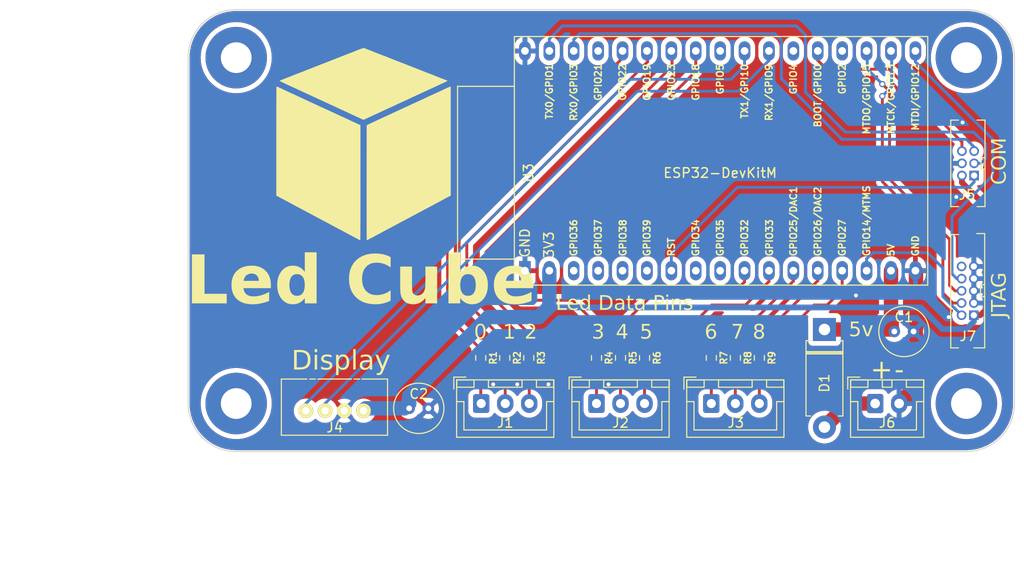
<source format=kicad_pcb>
(kicad_pcb (version 20221018) (generator pcbnew)
  (title_block (title "Led Cube Board") (date "2023-04-20") (rev "v1.0"))
  (layers (0 "F.Cu" signal) (31 "B.Cu" signal) (34 "B.Paste" user) (35 "F.Paste" user) (36 "B.SilkS" user "B.Silkscreen") (37 "F.SilkS" user "F.Silkscreen") (38 "B.Mask" user) (39 "F.Mask" user) (44 "Edge.Cuts" user))
  (net 0 "")
  (net 1 "Net-(D1-A)")
  (net 2 "Net-(J1-Pin_1)")
  (net 3 "Net-(J1-Pin_2)")
  (net 4 "Net-(J1-Pin_3)")
  (net 5 "Net-(J2-Pin_1)")
  (net 6 "Net-(J2-Pin_2)")
  (net 7 "Net-(J2-Pin_3)")
  (net 8 "Net-(J3-Pin_1)")
  (net 9 "Net-(J3-Pin_2)")
  (net 10 "+3V3")
  (net 11 "GND")
  (net 12 "UART1_RX")
  (net 13 "UART1_TX")
  (net 14 "RESET")
  (net 15 "UART0_TX")
  (net 16 "UART0_RX")
  (net 17 "GPIO_0")
  (net 18 "TMS")
  (net 19 "TCK")
  (net 20 "TDO")
  (net 21 "TDI")
  (net 22 "Net-(J3-Pin_3)")
  (net 23 "D0")
  (net 24 "D1")
  (net 25 "D2")
  (net 26 "D3")
  (net 27 "D4")
  (net 28 "D5")
  (net 29 "D6")
  (net 30 "D7")
  (net 31 "D8")
  (net 43 "+5V")
  (footprint "Capacitor_THT:C_Radial_D5.0mm_H5.0mm_P2.00mm" (layer "F.Cu") (at 185.75 108.5)
    (fp_text reference "C1" (at 1 -1.5) (layer "F.SilkS"))
    (fp_text value "100uF")
    (pad "1" thru_hole circle (at 0 0) (size 1.2 1.2) (drill 0.6) (layers "*.Cu" "*.Mask") (net 43 "+5V"))
    (pad "2" thru_hole circle (at 2 0) (size 1.2 1.2) (drill 0.6) (layers "*.Cu" "*.Mask") (net 11 "GND"))
  )
  (footprint "Resistor_SMD:R_0603_1608Metric_Pad0.98x0.95mm_HandSolder" (layer "F.Cu") (at 145.2 111.25 -90)
    (fp_text reference "R2" (at 0 -1.3 90) (layer "F.SilkS") (effects (font (size 0.7 0.7))))
    (fp_text value "220")
    (pad "1" smd roundrect (at -0.9125 0 270) (size 0.975 0.95) (layers "F.Cu" "F.Paste" "F.Mask") (net 24 "D1"))
    (pad "2" smd roundrect (at 0.9125 0 270) (size 0.975 0.95) (layers "F.Cu" "F.Paste" "F.Mask") (net 3 "Net-(J1-Pin_2)"))
  )
  (footprint "Resistor_SMD:R_0603_1608Metric_Pad0.98x0.95mm_HandSolder" (layer "F.Cu") (at 166.7 111.25 -90)
    (fp_text reference "R7" (at 0 -1.3 90) (layer "F.SilkS") (effects (font (size 0.7 0.7))))
    (fp_text value "220")
    (pad "1" smd roundrect (at -0.9125 0 270) (size 0.975 0.95) (layers "F.Cu" "F.Paste" "F.Mask") (net 29 "D6"))
    (pad "2" smd roundrect (at 0.9125 0 270) (size 0.975 0.95) (layers "F.Cu" "F.Paste" "F.Mask") (net 8 "Net-(J3-Pin_1)"))
  )
  (footprint "Diode_THT:D_DO-15_P10.16mm_Horizontal" (layer "F.Cu") (at 178.475 108.295 -90)
    (fp_text reference "D1" (at 5.58 0 90) (layer "F.SilkS"))
    (fp_text value "D")
    (pad "1" thru_hole rect (at 0 0 270) (size 2.4 2.4) (drill 1.2) (layers "*.Cu" "*.Mask") (net 43 "+5V"))
    (pad "2" thru_hole oval (at 10.16 0 270) (size 2.4 2.4) (drill 1.2) (layers "*.Cu" "*.Mask") (net 1 "Net-(D1-A)"))
  )
  (footprint "Connector_JST:JST_XH_B3B-XH-A_1x03_P2.50mm_Vertical" (layer "F.Cu") (at 142.75 116)
    (fp_text reference "J1" (at 2.5 2) (layer "F.SilkS"))
    (fp_text value "Conn_01x03")
    (pad "1" thru_hole roundrect (at 0 0) (size 1.7 1.95) (drill 0.95) (layers "*.Cu" "*.Mask") (roundrect_rratio 0.1470588235) (net 2 "Net-(J1-Pin_1)"))
    (pad "2" thru_hole oval (at 2.5 0) (size 1.7 1.95) (drill 0.95) (layers "*.Cu" "*.Mask") (net 3 "Net-(J1-Pin_2)"))
    (pad "3" thru_hole oval (at 5 0) (size 1.7 1.95) (drill 0.95) (layers "*.Cu" "*.Mask") (net 4 "Net-(J1-Pin_3)"))
  )
  (footprint "Connectors:ESP_PROG_COM" (layer "F.Cu") (at 194.02 92.3 180)
    (fp_text reference "J5" (at 0.7 -1.98 180) (layer "F.SilkS"))
    (fp_text value "COM")
    (pad "1" thru_hole rect (at -0.035 0.03 180) (size 1 1) (drill 0.65) (layers "*.Cu" "*.Mask") (net 14 "RESET"))
    (pad "2" thru_hole oval (at 1.235 0.03 180) (size 1 1) (drill 0.65) (layers "*.Cu" "*.Mask") (net 10 "+3V3"))
    (pad "3" thru_hole oval (at -0.035 1.3 180) (size 1 1) (drill 0.65) (layers "*.Cu" "*.Mask") (net 15 "UART0_TX"))
    (pad "4" thru_hole oval (at 1.235 1.3 180) (size 1 1) (drill 0.65) (layers "*.Cu" "*.Mask") (net 11 "GND"))
    (pad "5" thru_hole oval (at -0.035 2.57 180) (size 1 1) (drill 0.65) (layers "*.Cu" "*.Mask") (net 16 "UART0_RX"))
    (pad "6" thru_hole oval (at 1.235 2.57 180) (size 1 1) (drill 0.65) (layers "*.Cu" "*.Mask") (net 17 "GPIO_0"))
  )
  (footprint "Resistor_SMD:R_0603_1608Metric_Pad0.98x0.95mm_HandSolder" (layer "F.Cu") (at 154.75 111.25 -90)
    (fp_text reference "R4" (at 0 -1.3 90) (layer "F.SilkS") (effects (font (size 0.7 0.7))))
    (fp_text value "220")
    (pad "1" smd roundrect (at -0.9125 0 270) (size 0.975 0.95) (layers "F.Cu" "F.Paste" "F.Mask") (net 26 "D3"))
    (pad "2" smd roundrect (at 0.9125 0 270) (size 0.975 0.95) (layers "F.Cu" "F.Paste" "F.Mask") (net 5 "Net-(J2-Pin_1)"))
  )
  (footprint "Resistor_SMD:R_0603_1608Metric_Pad0.98x0.95mm_HandSolder" (layer "F.Cu") (at 147.7 111.25 -90)
    (fp_text reference "R3" (at 0 -1.3 90) (layer "F.SilkS") (effects (font (size 0.7 0.7))))
    (fp_text value "220")
    (pad "1" smd roundrect (at -0.9125 0 270) (size 0.975 0.95) (layers "F.Cu" "F.Paste" "F.Mask") (net 25 "D2"))
    (pad "2" smd roundrect (at 0.9125 0 270) (size 0.975 0.95) (layers "F.Cu" "F.Paste" "F.Mask") (net 4 "Net-(J1-Pin_3)"))
  )
  (footprint "Connector_JST:JST_XH_B2B-XH-A_1x02_P2.50mm_Vertical" (layer "F.Cu") (at 183.75 116)
    (fp_text reference "J6" (at 1.25 2) (layer "F.SilkS"))
    (fp_text value "Conn_01x02")
    (pad "1" thru_hole roundrect (at 0 0) (size 1.7 2) (drill 1) (layers "*.Cu" "*.Mask") (roundrect_rratio 0.1470588235) (net 1 "Net-(D1-A)"))
    (pad "2" thru_hole oval (at 2.5 0) (size 1.7 2) (drill 1) (layers "*.Cu" "*.Mask") (net 11 "GND"))
  )
  (footprint "Connector_JST:JST_XH_B3B-XH-A_1x03_P2.50mm_Vertical" (layer "F.Cu") (at 166.7 116)
    (fp_text reference "J3" (at 2.55 2) (layer "F.SilkS"))
    (fp_text value "Conn_01x03")
    (pad "1" thru_hole roundrect (at 0 0) (size 1.7 1.95) (drill 0.95) (layers "*.Cu" "*.Mask") (roundrect_rratio 0.1470588235) (net 8 "Net-(J3-Pin_1)"))
    (pad "2" thru_hole oval (at 2.5 0) (size 1.7 1.95) (drill 0.95) (layers "*.Cu" "*.Mask") (net 9 "Net-(J3-Pin_2)"))
    (pad "3" thru_hole oval (at 5 0) (size 1.7 1.95) (drill 0.95) (layers "*.Cu" "*.Mask") (net 22 "Net-(J3-Pin_3)"))
  )
  (footprint "Connectors:Grove_1x04" (layer "F.Cu") (at 130.5 116.75 -90)
    (fp_text reference "J4" (at 1.75 3) (layer "F.SilkS"))
    (fp_text value "Conn_01x04")
    (pad "1" thru_hole circle (at 0 0 270) (size 1.524 1.524) (drill 0.762) (layers "*.Cu" "*.Mask" "F.SilkS") (net 10 "+3V3"))
    (pad "2" thru_hole circle (at 0 2 270) (size 1.524 1.524) (drill 0.762) (layers "*.Cu" "*.Mask" "F.SilkS") (net 11 "GND"))
    (pad "3" thru_hole circle (at 0 4 270) (size 1.524 1.524) (drill 0.762) (layers "*.Cu" "*.Mask" "F.SilkS") (net 12 "UART1_RX"))
    (pad "4" thru_hole circle (at 0 6 270) (size 1.524 1.524) (drill 0.762) (layers "*.Cu" "*.Mask" "F.SilkS") (net 13 "UART1_TX"))
  )
  (footprint "Resistor_SMD:R_0603_1608Metric_Pad0.98x0.95mm_HandSolder" (layer "F.Cu") (at 142.7 111.25 -90)
    (fp_text reference "R1" (at 0 -1.3 90) (layer "F.SilkS") (effects (font (size 0.7 0.7))))
    (fp_text value "220")
    (pad "1" smd roundrect (at -0.9125 0 270) (size 0.975 0.95) (layers "F.Cu" "F.Paste" "F.Mask") (net 23 "D0"))
    (pad "2" smd roundrect (at 0.9125 0 270) (size 0.975 0.95) (layers "F.Cu" "F.Paste" "F.Mask") (net 2 "Net-(J1-Pin_1)"))
  )
  (footprint "Resistor_SMD:R_0603_1608Metric_Pad0.98x0.95mm_HandSolder" (layer "F.Cu") (at 169.2 111.25 -90)
    (fp_text reference "R8" (at 0 -1.3 90) (layer "F.SilkS") (effects (font (size 0.7 0.7))))
    (fp_text value "220")
    (pad "1" smd roundrect (at -0.9125 0 270) (size 0.975 0.95) (layers "F.Cu" "F.Paste" "F.Mask") (net 30 "D7"))
    (pad "2" smd roundrect (at 0.9125 0 270) (size 0.975 0.95) (layers "F.Cu" "F.Paste" "F.Mask") (net 9 "Net-(J3-Pin_2)"))
  )
  (footprint "Resistor_SMD:R_0603_1608Metric_Pad0.98x0.95mm_HandSolder" (layer "F.Cu") (at 171.7 111.25 -90)
    (fp_text reference "R9" (at 0 -1.3 90) (layer "F.SilkS") (effects (font (size 0.7 0.7))))
    (fp_text value "220")
    (pad "1" smd roundrect (at -0.9125 0 270) (size 0.975 0.95) (layers "F.Cu" "F.Paste" "F.Mask") (net 31 "D8"))
    (pad "2" smd roundrect (at 0.9125 0 270) (size 0.975 0.95) (layers "F.Cu" "F.Paste" "F.Mask") (net 22 "Net-(J3-Pin_3)"))
  )
  (footprint "MountingHole:MountingHole_3.2mm_M3_Pad" (layer "F.Cu") (at 117.25 80)
    (fp_text reference "H1" hide)
    (fp_text value "MountingHole")
    (pad "1" thru_hole circle (at 0 0) (size 6.4 6.4) (drill 3.2) (layers "*.Cu" "*.Mask"))
  )
  (footprint "Capacitor_THT:C_Radial_D5.0mm_H5.0mm_P2.00mm" (layer "F.Cu") (at 135.25 116.5)
    (fp_text reference "C2" (at 1 -1.5) (layer "F.SilkS"))
    (fp_text value "100uF")
    (pad "1" thru_hole circle (at 0 0) (size 1.2 1.2) (drill 0.6) (layers "*.Cu" "*.Mask") (net 10 "+3V3"))
    (pad "2" thru_hole circle (at 2 0) (size 1.2 1.2) (drill 0.6) (layers "*.Cu" "*.Mask") (net 11 "GND"))
  )
  (footprint "LOGO" (layer "F.Cu") (at 130.5 89)
    (fp_text reference "G***" hide)
    (fp_text value "LOGO" hide)
  )
  (footprint "MountingHole:MountingHole_3.2mm_M3_Pad" (layer "F.Cu") (at 193.25 116)
    (fp_text reference "H3" hide)
    (fp_text value "MountingHole")
    (pad "1" thru_hole circle (at 0 0) (size 6.4 6.4) (drill 3.2) (layers "*.Cu" "*.Mask"))
  )
  (footprint "Espressif:ESP32-DevKitM" (layer "F.Cu") (at 147.3 104.7 90)
    (fp_text reference "U3" (at 12.7 0.38 90) (layer "F.SilkS"))
    (fp_text value "ESP32-DevKitM" (at 12.7 20.32 180) (layer "F.SilkS"))
    (fp_text user "3V3" (at 6.7 2.5 90 unlocked) (layer "F.SilkS") (effects (justify right)))
    (fp_text user "GPIO33" (at 3.95 25.45 90 unlocked) (layer "F.SilkS") (effects (font (size 0.7 0.7)) (justify left)))
    (fp_text user "RST" (at 3.95 15.24 90 unlocked) (layer "F.SilkS") (effects (font (size 0.7 0.7)) (justify left)))
    (fp_text user "GPIO5" (at 24.13 20.32 90 unlocked) (layer "F.SilkS") (effects (font (size 0.7 0.7)) (justify right)))
    (fp_text user "MTDI/GPIO12" (at 24.13 40.64 90 unlocked) (layer "F.SilkS") (effects (font (size 0.7 0.7)) (justify right)))
    (fp_text user "MTDO/GPIO15" (at 24.13 35.56 90 unlocked) (layer "F.SilkS") (effects (font (size 0.7 0.7)) (justify right)))
    (fp_text user "TX0/GPIO1" (at 24.13 2.54 90 unlocked) (layer "F.SilkS") (effects (font (size 0.7 0.7)) (justify right)))
    (fp_text user "GPIO4" (at 24.13 27.94 90 unlocked) (layer "F.SilkS") (effects (font (size 0.7 0.7)) (justify right)))
    (fp_text user "GPIO25/DAC1" (at 3.95 27.95 90 unlocked) (layer "F.SilkS") (effects (font (size 0.7 0.7)) (justify left)))
    (fp_text user "GPIO32" (at 3.95 22.86 90 unlocked) (layer "F.SilkS") (effects (font (size 0.7 0.7)) (justify left)))
    (fp_text user "GPIO38" (at 3.95 10.2 90 unlocked) (layer "F.SilkS") (effects (font (size 0.7 0.7)) (justify left)))
    (fp_text user "GPIO26/DAC2" (at 3.95 30.48 90 unlocked) (layer "F.SilkS") (effects (font (size 0.7 0.7)) (justify left)))
    (fp_text user "5V" (at 3.95 38.1 90 unlocked) (layer "F.SilkS") (effects (font (size 0.7 0.7)) (justify left)))
    (fp_text user "TX1/GPI10" (at 24.13 22.86 90 unlocked) (layer "F.SilkS") (effects (font (size 0.7 0.7)) (justify right)))
    (fp_text user "RX1/GPIO9" (at 24.13 25.4 90 unlocked) (layer "F.SilkS") (effects (font (size 0.7 0.7)) (justify right)))
    (fp_text user "GPIO35" (at 3.95 20.32 90 unlocked) (layer "F.SilkS") (effects (font (size 0.7 0.7)) (justify left)))
    (fp_text user "GPIO2" (at 24.13 33.02 90 unlocked) (layer "F.SilkS") (effects (font (size 0.7 0.7)) (justify right)))
    (fp_text user "MTCK/GPIO13" (at 24.13 38.1 90 unlocked) (layer "F.SilkS") (effects (font (size 0.7 0.7)) (justify right)))
    (fp_text user "GPIO34" (at 3.95 17.78 90 unlocked) (layer "F.SilkS") (effects (font (size 0.7 0.7)) (justify left)))
    (fp_text user "GPIO14/MTMS" (at 3.95 35.56 90 unlocked) (layer "F.SilkS") (effects (font (size 0.7 0.7)) (justify left)))
    (fp_text user "GPIO22" (at 24.13 10.16 90 unlocked) (layer "F.SilkS") (effects (font (size 0.7 0.7)) (justify right)))
    (fp_text user "GPIO23" (at 24.13 15.24 90 unlocked) (layer "F.SilkS") (effects (font (size 0.7 0.7)) (justify right)))
    (fp_text user "GND" (at 3.795 0 90 unlocked) (layer "F.SilkS") (effects (justify left)))
    (fp_text user "GPIO21" (at 24.13 7.62 90 unlocked) (layer "F.SilkS") (effects (font (size 0.7 0.7)) (justify right)))
    (fp_text user "GPIO37" (at 3.95 7.62 90 unlocked) (layer "F.SilkS") (effects (font (size 0.7 0.7)) (justify left)))
    (fp_text user "GPIO27" (at 3.95 33.02 90 unlocked) (layer "F.SilkS") (effects (font (size 0.7 0.7)) (justify left)))
    (fp_text user "GPIO19" (at 24.13 12.7 90 unlocked) (layer "F.SilkS") (effects (font (size 0.7 0.7)) (justify right)))
    (fp_text user "GND" (at 3.95 40.64 90 unlocked) (layer "F.SilkS") (effects (font (size 0.7 0.7)) (justify left)))
    (fp_text user "GPIO36" (at 3.95 5.08 90 unlocked) (layer "F.SilkS") (effects (font (size 0.7 0.7)) (justify left)))
    (fp_text user "GPIO18" (at 24.13 17.78 90 unlocked) (layer "F.SilkS") (effects (font (size 0.7 0.7)) (justify right)))
    (fp_text user "GPIO39" (at 3.95 12.7 90 unlocked) (layer "F.SilkS") (effects (font (size 0.7 0.7)) (justify left)))
    (fp_text user "RX0/GPIO3" (at 24.13 5.08 90 unlocked) (layer "F.SilkS") (effects (font (size 0.7 0.7)) (justify right)))
    (fp_text user "BOOT/GPIO0" (at 24.13 30.48 90 unlocked) (layer "F.SilkS") (effects (font (size 0.7 0.7)) (justify right)))
    (pad "1" thru_hole rect (at 2.525 0) (size 1.2 2) (drill 0.8) (layers "*.Cu" "*.Mask") (net 11 "GND"))
    (pad "2" thru_hole oval (at 2.525 2.54) (size 1.2 2) (drill 0.8) (layers "*.Cu" "*.Mask") (net 10 "+3V3"))
    (pad "3" thru_hole oval (at 2.525 5.08) (size 1.2 2) (drill 0.8) (layers "*.Cu" "*.Mask"))
    (pad "4" thru_hole oval (at 2.525 7.62) (size 1.2 2) (drill 0.8) (layers "*.Cu" "*.Mask"))
    (pad "5" thru_hole oval (at 2.525 10.16) (size 1.2 2) (drill 0.8) (layers "*.Cu" "*.Mask"))
    (pad "6" thru_hole oval (at 2.525 12.7) (size 1.2 2) (drill 0.8) (layers "*.Cu" "*.Mask"))
    (pad "7" thru_hole oval (at 2.525 15.24) (size 1.2 2) (drill 0.8) (layers "*.Cu" "*.Mask") (net 14 "RESET"))
    (pad "8" thru_hole oval (at 2.525 17.78) (size 1.2 2) (drill 0.8) (layers "*.Cu" "*.Mask"))
    (pad "9" thru_hole oval (at 2.525 20.32) (size 1.2 2) (drill 0.8) (layers "*.Cu" "*.Mask"))
    (pad "10" thru_hole oval (at 2.525 22.86) (size 1.2 2) (drill 0.8) (layers "*.Cu" "*.Mask") (net 27 "D4"))
    (pad "11" thru_hole oval (at 2.525 25.4) (size 1.2 2) (drill 0.8) (layers "*.Cu" "*.Mask") (net 28 "D5"))
    (pad "12" thru_hole oval (at 2.525 27.94) (size 1.2 2) (drill 0.8) (layers "*.Cu" "*.Mask") (net 29 "D6"))
    (pad "13" thru_hole oval (at 2.525 30.48) (size 1.2 2) (drill 0.8) (layers "*.Cu" "*.Mask") (net 30 "D7"))
    (pad "14" thru_hole oval (at 2.525 33.02) (size 1.2 2) (drill 0.8) (layers "*.Cu" "*.Mask") (net 31 "D8"))
    (pad "15" thru_hole oval (at 2.525 35.56) (size 1.2 2) (drill 0.8) (layers "*.Cu" "*.Mask") (net 18 "TMS"))
    (pad "16" thru_hole oval (at 2.525 38.1) (size 1.2 2) (drill 0.8) (layers "*.Cu" "*.Mask") (net 43 "+5V"))
    (pad "17" thru_hole oval (at 2.525 40.64) (size 1.2 2) (drill 0.8) (layers "*.Cu" "*.Mask") (net 11 "GND"))
    (pad "18" thru_hole oval (at 25.4 0) (size 1.2 2) (drill 0.8) (layers "*.Cu" "*.Mask") (net 11 "GND"))
    (pad "19" thru_hole oval (at 25.4 2.54) (size 1.2 2) (drill 0.8) (layers "*.Cu" "*.Mask") (net 15 "UART0_TX"))
    (pad "20" thru_hole oval (at 25.4 5.08) (size 1.2 2) (drill 0.8) (layers "*.Cu" "*.Mask") (net 16 "UART0_RX"))
    (pad "21" thru_hole oval (at 25.4 7.62) (size 1.2 2) (drill 0.8) (layers "*.Cu" "*.Mask"))
    (pad "22" thru_hole oval (at 25.4 10.16) (size 1.2 2) (drill 0.8) (layers "*.Cu" "*.Mask") (net 23 "D0"))
    (pad "23" thru_hole oval (at 25.4 12.7) (size 1.2 2) (drill 0.8) (layers "*.Cu" "*.Mask") (net 24 "D1"))
    (pad "24" thru_hole oval (at 25.4 15.24) (size 1.2 2) (drill 0.8) (layers "*.Cu" "*.Mask") (net 25 "D2"))
    (pad "25" thru_hole oval (at 25.4 17.78) (size 1.2 2) (drill 0.8) (layers "*.Cu" "*.Mask") (net 26 "D3"))
    (pad "26" thru_hole oval (at 25.4 20.32) (size 1.2 2) (drill 0.8) (layers "*.Cu" "*.Mask"))
    (pad "27" thru_hole oval (at 25.4 22.86) (size 1.2 2) (drill 0.8) (layers "*.Cu" "*.Mask") (net 13 "UART1_TX"))
    (pad "28" thru_hole oval (at 25.4 25.4) (size 1.2 2) (drill 0.8) (layers "*.Cu" "*.Mask") (net 12 "UART1_RX"))
    (pad "29" thru_hole oval (at 25.4 27.94) (size 1.2 2) (drill 0.8) (layers "*.Cu" "*.Mask"))
    (pad "30" thru_hole oval (at 25.4 30.48) (size 1.2 2) (drill 0.8) (layers "*.Cu" "*.Mask" "Dwgs.User") (net 17 "GPIO_0"))
    (pad "31" thru_hole oval (at 25.4 33.02) (size 1.2 2) (drill 0.8) (layers "*.Cu" "*.Mask"))
    (pad "32" thru_hole oval (at 25.4 35.56) (size 1.2 2) (drill 0.8) (layers "*.Cu" "*.Mask") (net 20 "TDO"))
    (pad "33" thru_hole oval (at 25.4 38.1) (size 1.2 2) (drill 0.8) (layers "*.Cu" "*.Mask") (net 19 "TCK"))
    (pad "34" thru_hole oval (at 25.4 40.64) (size 1.2 2) (drill 0.8) (layers "*.Cu" "*.Mask") (net 21 "TDI"))
  )
  (footprint "Connector_JST:JST_XH_B3B-XH-A_1x03_P2.50mm_Vertical" (layer "F.Cu") (at 154.75 116)
    (fp_text reference "J2" (at 2.5 2) (layer "F.SilkS"))
    (fp_text value "Conn_01x03")
    (pad "1" thru_hole roundrect (at 0 0) (size 1.7 1.95) (drill 0.95) (layers "*.Cu" "*.Mask") (roundrect_rratio 0.1470588235) (net 5 "Net-(J2-Pin_1)"))
    (pad "2" thru_hole oval (at 2.5 0) (size 1.7 1.95) (drill 0.95) (layers "*.Cu" "*.Mask") (net 6 "Net-(J2-Pin_2)"))
    (pad "3" thru_hole oval (at 5 0) (size 1.7 1.95) (drill 0.95) (layers "*.Cu" "*.Mask") (net 7 "Net-(J2-Pin_3)"))
  )
  (footprint "Resistor_SMD:R_0603_1608Metric_Pad0.98x0.95mm_HandSolder" (layer "F.Cu") (at 157.25 111.25 -90)
    (fp_text reference "R5" (at 0 -1.3 90) (layer "F.SilkS") (effects (font (size 0.7 0.7))))
    (fp_text value "220")
    (pad "1" smd roundrect (at -0.9125 0 270) (size 0.975 0.95) (layers "F.Cu" "F.Paste" "F.Mask") (net 27 "D4"))
    (pad "2" smd roundrect (at 0.9125 0 270) (size 0.975 0.95) (layers "F.Cu" "F.Paste" "F.Mask") (net 6 "Net-(J2-Pin_2)"))
  )
  (footprint "Connectors:ESP_PROG_JTAG" (layer "F.Cu") (at 194.02 106.81 180)
    (fp_text reference "J7" (at 0.625 -2.19 180) (layer "F.SilkS"))
    (fp_text value "JTAG")
    (pad "1" thru_hole rect (at 0 0 180) (size 1 1) (drill 0.65) (layers "*.Cu" "*.Mask") (net 10 "+3V3"))
    (pad "2" thru_hole oval (at 1.27 0 180) (size 1 1) (drill 0.65) (layers "*.Cu" "*.Mask") (net 18 "TMS"))
    (pad "3" thru_hole oval (at 0 1.27 180) (size 1 1) (drill 0.65) (layers "*.Cu" "*.Mask") (net 11 "GND"))
    (pad "4" thru_hole oval (at 1.27 1.27 180) (size 1 1) (drill 0.65) (layers "*.Cu" "*.Mask") (net 19 "TCK"))
    (pad "5" thru_hole oval (at 0 2.54 180) (size 1 1) (drill 0.65) (layers "*.Cu" "*.Mask") (net 11 "GND"))
    (pad "6" thru_hole oval (at 1.27 2.54 180) (size 1 1) (drill 0.65) (layers "*.Cu" "*.Mask") (net 20 "TDO"))
    (pad "7" thru_hole oval (at 0 3.81 180) (size 1 1) (drill 0.65) (layers "*.Cu" "*.Mask") (net 11 "GND"))
    (pad "8" thru_hole oval (at 1.27 3.81 180) (size 1 1) (drill 0.65) (layers "*.Cu" "*.Mask") (net 21 "TDI"))
    (pad "9" thru_hole oval (at 0 5.08 180) (size 1 1) (drill 0.65) (layers "*.Cu" "*.Mask") (net 11 "GND"))
    (pad "10" thru_hole oval (at 1.27 5.08 180) (size 1 1) (drill 0.65) (layers "*.Cu" "*.Mask"))
  )
  (footprint "MountingHole:MountingHole_3.2mm_M3_Pad" (layer "F.Cu") (at 117.25 116)
    (fp_text reference "H4" hide)
    (fp_text value "MountingHole")
    (pad "1" thru_hole circle (at 0 0) (size 6.4 6.4) (drill 3.2) (layers "*.Cu" "*.Mask"))
  )
  (footprint "MountingHole:MountingHole_3.2mm_M3_Pad" (layer "F.Cu") (at 193.25 80)
    (fp_text reference "H2" hide)
    (fp_text value "MountingHole")
    (pad "1" thru_hole circle (at 0 0) (size 6.4 6.4) (drill 3.2) (layers "*.Cu" "*.Mask"))
  )
  (footprint "Resistor_SMD:R_0603_1608Metric_Pad0.98x0.95mm_HandSolder" (layer "F.Cu") (at 159.75 111.25 -90)
    (fp_text reference "R6" (at 0 -1.3 90) (layer "F.SilkS") (effects (font (size 0.7 0.7))))
    (fp_text value "220")
    (pad "1" smd roundrect (at -0.9125 0 270) (size 0.975 0.95) (layers "F.Cu" "F.Paste" "F.Mask") (net 28 "D5"))
    (pad "2" smd roundrect (at 0.9125 0 270) (size 0.975 0.95) (layers "F.Cu" "F.Paste" "F.Mask") (net 7 "Net-(J2-Pin_3)"))
  )
  (gr_line (start 193.25 121) (end 117.25 121) (stroke (width 0.1)) (layer "Edge.Cuts"))
  (gr_line (start 117.25 75) (end 193.25 75) (stroke (width 0.1)) (layer "Edge.Cuts"))
  (gr_arc (start 117.25 121) (mid 113.714466 119.535534) (end 112.25 116) (stroke (width 0.1)) (layer "Edge.Cuts"))
  (gr_arc (start 198.25 116) (mid 196.785534 119.535534) (end 193.25 121) (stroke (width 0.1)) (layer "Edge.Cuts"))
  (gr_arc (start 193.25 75) (mid 196.785534 76.464466) (end 198.25 80) (stroke (width 0.1)) (layer "Edge.Cuts"))
  (gr_line (start 198.25 80) (end 198.25 116) (stroke (width 0.1)) (layer "Edge.Cuts"))
  (gr_line (start 112.25 116) (end 112.25 80) (stroke (width 0.1)) (layer "Edge.Cuts"))
  (gr_arc (start 112.25 80) (mid 113.714466 76.464466) (end 117.25 75) (stroke (width 0.1)) (layer "Edge.Cuts"))
  (gr_text "JTAG" (at 197.595 107.1 90) (layer "F.SilkS") (effects (font (size 1.5 1.5)) (justify left bottom)))
  (gr_text "1" (at 145 109.5) (layer "F.SilkS") (effects (font (size 1.5 1.5)) (justify left bottom)))
  (gr_text "+" (at 183.25 113.75) (layer "F.SilkS") (effects (font (size 2 2)) (justify left bottom)))
  (gr_text "Led Cube" (at 130.25 103.5) (layer "F.SilkS") (effects (font (size 5 5) (thickness 1) bold)))
  (gr_text "6" (at 166 109.5) (layer "F.SilkS") (effects (font (size 1.5 1.5)) (justify left bottom)))
  (gr_text "7" (at 168.75 109.5) (layer "F.SilkS") (effects (font (size 1.5 1.5)) (justify left bottom)))
  (gr_text "-" (at 185.75 113.75) (layer "F.SilkS") (effects (font (size 2 2)) (justify left bottom)))
  (gr_text "COM" (at 197.595 93.25 90) (layer "F.SilkS") (effects (font (size 1.5 1.5)) (justify left bottom)))
  (gr_text "8" (at 171 109.5) (layer "F.SilkS") (effects (font (size 1.5 1.5)) (justify left bottom)))
  (gr_text "0" (at 142 109.5) (layer "F.SilkS") (effects (font (size 1.5 1.5)) (justify left bottom)))
  (gr_text "4" (at 156.75 109.5) (layer "F.SilkS") (effects (font (size 1.5 1.5)) (justify left bottom)))
  (gr_text "5" (at 159.25 109.5) (layer "F.SilkS") (effects (font (size 1.5 1.5)) (justify left bottom)))
  (gr_text "2" (at 147.25 109.5) (layer "F.SilkS") (effects (font (size 1.5 1.5)) (justify left bottom)))
  (gr_text "3" (at 154.25 109.5) (layer "F.SilkS") (effects (font (size 1.5 1.5)) (justify left bottom)))
  (gr_text "Led Data Pins" (at 150.5 106.5) (layer "F.SilkS") (effects (font (size 1.5 1.5)) (justify left bottom)))
  (gr_text "Display" (at 123 112.8) (layer "F.SilkS") (effects (font (size 2 2)) (justify left bottom)))
  (gr_text "5v" (at 181 109.25) (layer "F.SilkS") (effects (font (size 1.5 1.5)) (justify left bottom)))
  (segment (start 183.75 116) (end 180.93 116) (width 1.5) (layer "F.Cu") (net 1))
  (segment (start 180.93 116) (end 178.475 118.455) (width 1.5) (layer "F.Cu") (net 1))
  (segment (start 142.7 112.1625) (end 142.7 115.95) (width 0.3) (layer "F.Cu") (net 2))
  (segment (start 142.7 115.95) (end 142.75 116) (width 0.3) (layer "F.Cu") (net 2))
  (segment (start 145.2 112.1625) (end 145.25 112.2125) (width 0.3) (layer "F.Cu") (net 3))
  (segment (start 145.25 112.2125) (end 145.25 116) (width 0.3) (layer "F.Cu") (net 3))
  (segment (start 147.75 112.2125) (end 147.75 116) (width 0.3) (layer "F.Cu") (net 4))
  (segment (start 147.7 112.1625) (end 147.75 112.2125) (width 0.3) (layer "F.Cu") (net 4))
  (segment (start 154.75 112.1625) (end 154.75 116) (width 0.3) (layer "F.Cu") (net 5))
  (segment (start 157.25 112.1625) (end 157.25 116) (width 0.3) (layer "F.Cu") (net 6))
  (segment (start 159.75 112.1625) (end 159.75 116) (width 0.3) (layer "F.Cu") (net 7))
  (segment (start 166.7 112.1625) (end 166.7 116) (width 0.3) (layer "F.Cu") (net 8))
  (segment (start 169.2 112.1625) (end 169.2 116) (width 0.3) (layer "F.Cu") (net 9))
  (segment (start 195.25 95.465) (end 195.25 106.25) (width 0.6) (layer "F.Cu") (net 10))
  (segment (start 195.25 106.25) (end 194.69 106.81) (width 0.6) (layer "F.Cu") (net 10))
  (segment (start 192.785 92.27) (end 192.785 93) (width 0.6) (layer "F.Cu") (net 10))
  (segment (start 192.785 93) (end 195.25 95.465) (width 0.6) (layer "F.Cu") (net 10))
  (segment (start 194.69 106.81) (end 194.02 106.81) (width 0.6) (layer "F.Cu") (net 10))
  (segment (start 193.25 108.25) (end 190.75 108.25) (width 0.6) (layer "B.Cu") (net 10))
  (segment (start 135.25 116) (end 134.75 116.5) (width 1.5) (layer "B.Cu") (net 10))
  (segment (start 149.84 105.91) (end 148.75 107) (width 1.5) (layer "B.Cu") (net 10))
  (segment (start 134.75 116.5) (end 130.75 116.5) (width 1.5) (layer "B.Cu") (net 10))
  (segment (start 135.25 115.25) (end 135.25 116) (width 1.5) (layer "B.Cu") (net 10))
  (segment (start 130.75 116.5) (end 130.5 116.75) (width 1.5) (layer "B.Cu") (net 10))
  (segment (start 190.75 108.25) (end 188.5 106) (width 0.6) (layer "B.Cu") (net 10))
  (segment (start 148.75 107) (end 143.5 107) (width 1.5) (layer "B.Cu") (net 10))
  (segment (start 194.02 106.81) (end 194.02 107.48) (width 0.6) (layer "B.Cu") (net 10))
  (segment (start 143.5 107) (end 135.25 115.25) (width 1.5) (layer "B.Cu") (net 10))
  (segment (start 149.84 102.175) (end 149.84 105.91) (width 1.5) (layer "B.Cu") (net 10))
  (segment (start 194.02 107.48) (end 193.25 108.25) (width 0.6) (layer "B.Cu") (net 10))
  (segment (start 188.5 106) (end 150.25 106) (width 0.6) (layer "B.Cu") (net 10))
  (segment (start 186.25 116) (end 188 114.25) (width 1.5) (layer "F.Cu") (net 11))
  (segment (start 188 108.25) (end 188 102.235) (width 1.5) (layer "F.Cu") (net 11))
  (segment (start 188 114.25) (end 188 108.75) (width 1.5) (layer "F.Cu") (net 11))
  (via (at 192.85 86.75) (size 0.65) (drill 0.4) (layers "F.Cu" "B.Cu") (net 11))
  (via (at 191.4 107) (size 0.65) (drill 0.4) (layers "F.Cu" "B.Cu") (net 11))
  (via (at 181.75 104.75) (size 0.65) (drill 0.4) (layers "F.Cu" "B.Cu") (net 11))
  (via (at 156 114) (size 0.65) (drill 0.4) (layers "F.Cu" "B.Cu") (net 11))
  (via (at 146.5 114) (size 0.8) (drill 0.4) (layers "F.Cu" "B.Cu") (net 11))
  (via (at 149.75 114) (size 0.8) (drill 0.4) (layers "F.Cu" "B.Cu") (net 11))
  (via (at 192.2 94.5) (size 0.65) (drill 0.4) (layers "F.Cu" "B.Cu") (net 11))
  (via (at 144 114) (size 0.8) (drill 0.4) (layers "F.Cu" "B.Cu") (net 11))
  (segment (start 159 83.5) (end 169.5 83.5) (width 0.3) (layer "B.Cu") (net 12))
  (segment (start 126.5 116) (end 159 83.5) (width 0.3) (layer "B.Cu") (net 12))
  (segment (start 169.5 83.5) (end 172.7 80.3) (width 0.3) (layer "B.Cu") (net 12))
  (segment (start 172.7 80.3) (end 172.7 79.3) (width 0.3) (layer "B.Cu") (net 12))
  (segment (start 126.5 116.75) (end 126.5 116) (width 0.3) (layer "B.Cu") (net 12))
  (segment (start 124.5 116) (end 124.5 116.75) (width 0.3) (layer "B.Cu") (net 13))
  (segment (start 170.16 80.84) (end 168.75 82.25) (width 0.3) (layer "B.Cu") (net 13))
  (segment (start 168.75 82.25) (end 158.25 82.25) (width 0.3) (layer "B.Cu") (net 13))
  (segment (start 170.16 79.3) (end 170.16 80.84) (width 0.3) (layer "B.Cu") (net 13))
  (segment (start 158.25 82.25) (end 124.5 116) (width 0.3) (layer "B.Cu") (net 13))
  (segment (start 162.54 100.36) (end 162.54 102.175) (width 0.3) (layer "B.Cu") (net 14))
  (segment (start 194.055 92.27) (end 194.055 92.945) (width 0.3) (layer "B.Cu") (net 14))
  (segment (start 169.4 93.5) (end 162.54 100.36) (width 0.3) (layer "B.Cu") (net 14))
  (segment (start 194.055 92.945) (end 193.5 93.5) (width 0.3) (layer "B.Cu") (net 14))
  (segment (start 193.5 93.5) (end 169.4 93.5) (width 0.3) (layer "B.Cu") (net 14))
  (segment (start 176.5 83.6) (end 180.65 87.75) (width 0.3) (layer "B.Cu") (net 15))
  (segment (start 194.75 91) (end 194.055 91) (width 0.3) (layer "B.Cu") (net 15))
  (segment (start 151.2 76.7) (end 175.553503 76.7) (width 0.3) (layer "B.Cu") (net 15))
  (segment (start 180.65 87.75) (end 194 87.75) (width 0.3) (layer "B.Cu") (net 15))
  (segment (start 194 87.75) (end 195.25 89) (width 0.3) (layer "B.Cu") (net 15))
  (segment (start 176.5 77.646497) (end 176.5 83.6) (width 0.3) (layer "B.Cu") (net 15))
  (segment (start 149.84 78.06) (end 151.2 76.7) (width 0.3) (layer "B.Cu") (net 15))
  (segment (start 195.25 90.5) (end 194.75 91) (width 0.3) (layer "B.Cu") (net 15))
  (segment (start 175.553503 76.7) (end 176.5 77.646497) (width 0.3) (layer "B.Cu") (net 15))
  (segment (start 149.84 79.3) (end 149.84 78.06) (width 0.3) (layer "B.Cu") (net 15))
  (segment (start 195.25 89) (end 195.25 90.5) (width 0.3) (layer "B.Cu") (net 15))
  (segment (start 153 77.5) (end 152.38 78.12) (width 0.3) (layer "B.Cu") (net 16))
  (segment (start 173.3 77.5) (end 153 77.5) (width 0.3) (layer "B.Cu") (net 16))
  (segment (start 152.38 78.12) (end 152.38 79.3) (width 0.3) (layer "B.Cu") (net 16))
  (segment (start 194.055 89.305) (end 193.25 88.5) (width 0.3) (layer "B.Cu") (net 16))
  (segment (start 193.25 88.5) (end 180.3 88.5) (width 0.3) (layer "B.Cu") (net 16))
  (segment (start 174 82.2) (end 174 78.2) (width 0.3) (layer "B.Cu") (net 16))
  (segment (start 174 78.2) (end 173.3 77.5) (width 0.3) (layer "B.Cu") (net 16))
  (segment (start 180.3 88.5) (end 174 82.2) (width 0.3) (layer "B.Cu") (net 16))
  (segment (start 194.055 89.73) (end 194.055 89.305) (width 0.3) (layer "B.Cu") (net 16))
  (segment (start 178.7 81.2) (end 177.78 80.28) (width 0.3) (layer "F.Cu") (net 17))
  (segment (start 177.78 80.28) (end 177.78 79.3) (width 0.3) (layer "F.Cu") (net 17))
  (segment (start 192.785 89.73) (end 192.785 88.785) (width 0.3) (layer "F.Cu") (net 17))
  (segment (start 192.785 88.785) (end 185.2 81.2) (width 0.3) (layer "F.Cu") (net 17))
  (segment (start 185.2 81.2) (end 178.7 81.2) (width 0.3) (layer "F.Cu") (net 17))
  (segment (start 190.8 101.9) (end 190.8 104.86) (width 0.3) (layer "B.Cu") (net 18))
  (segment (start 189.2 100.3) (end 190.8 101.9) (width 0.3) (layer "B.Cu") (net 18))
  (segment (start 183.5 100.3) (end 189.2 100.3) (width 0.3) (layer "B.Cu") (net 18))
  (segment (start 190.8 104.86) (end 192.75 106.81) (width 0.3) (layer "B.Cu") (net 18))
  (segment (start 182.86 102.175) (end 182.86 100.94) (width 0.3) (layer "B.Cu") (net 18))
  (segment (start 182.86 100.94) (end 183.5 100.3) (width 0.3) (layer "B.Cu") (net 18))
  (segment (start 190.8 104.5) (end 191.84 105.54) (width 0.3) (layer "F.Cu") (net 19))
  (segment (start 184.5 84) (end 184.5 92.9) (width 0.3) (layer "F.Cu") (net 19))
  (segment (start 191.84 105.54) (end 192.75 105.54) (width 0.3) (layer "F.Cu") (net 19))
  (segment (start 184.5 92.9) (end 190.8 99.2) (width 0.3) (layer "F.Cu") (net 19))
  (segment (start 190.8 99.2) (end 190.8 104.5) (width 0.3) (layer "F.Cu") (net 19))
  (via (at 184.5 84) (size 0.65) (drill 0.4) (layers "F.Cu" "B.Cu") (net 19))
  (segment (start 185.47 79.37) (end 185.4 79.3) (width 0.3) (layer "B.Cu") (net 19))
  (segment (start 185.47 83.03) (end 185.47 79.37) (width 0.3) (layer "B.Cu") (net 19))
  (segment (start 184.5 84) (end 185.47 83.03) (width 0.3) (layer "B.Cu") (net 19))
  (segment (start 192.07 104.27) (end 192.75 104.27) (width 0.3) (layer "F.Cu") (net 20))
  (segment (start 184.5 82.75) (end 185.25 83.5) (width 0.3) (layer "F.Cu") (net 20))
  (segment (start 185.25 92.65) (end 191.5 98.9) (width 0.3) (layer "F.Cu") (net 20))
  (segment (start 185.25 83.5) (end 185.25 92.65) (width 0.3) (layer "F.Cu") (net 20))
  (segment (start 191.5 98.9) (end 191.5 103.7) (width 0.3) (layer "F.Cu") (net 20))
  (segment (start 191.5 103.7) (end 192.07 104.27) (width 0.3) (layer "F.Cu") (net 20))
  (via (at 184.5 82.75) (size 0.65) (drill 0.4) (layers "F.Cu" "B.Cu") (net 20))
  (segment (start 182.93 79.37) (end 182.86 79.3) (width 0.3) (layer "B.Cu") (net 20))
  (segment (start 184.5 82.75) (end 182.93 81.18) (width 0.3) (layer "B.Cu") (net 20))
  (segment (start 182.93 81.18) (end 182.93 79.37) (width 0.3) (layer "B.Cu") (net 20))
  (segment (start 196 88.5) (end 187.94 80.44) (width 0.3) (layer "B.Cu") (net 21))
  (segment (start 187.94 80.44) (end 187.94 79.3) (width 0.3) (layer "B.Cu") (net 21))
  (segment (start 191.75 102.5) (end 191.75 96.5) (width 0.3) (layer "B.Cu") (net 21))
  (segment (start 191.75 96.5) (end 196 92.25) (width 0.3) (layer "B.Cu") (net 21))
  (segment (start 192.25 103) (end 191.75 102.5) (width 0.3) (layer "B.Cu") (net 21))
  (segment (start 196 92.25) (end 196 88.5) (width 0.3) (layer "B.Cu") (net 21))
  (segment (start 192.75 103) (end 192.25 103) (width 0.3) (layer "B.Cu") (net 21))
  (segment (start 171.7 112.1625) (end 171.7 116) (width 0.3) (layer "F.Cu") (net 22))
  (segment (start 157.46 79.3) (end 157.46 80.04) (width 0.3) (layer "F.Cu") (net 23))
  (segment (start 139.25 106.8875) (end 142.7 110.3375) (width 0.3) (layer "F.Cu") (net 23))
  (segment (start 157.46 80.04) (end 139.25 98.25) (width 0.3) (layer "F.Cu") (net 23))
  (segment (start 139.25 98.25) (end 139.25 106.8875) (width 0.3) (layer "F.Cu") (net 23))
  (segment (start 145.2 109.45) (end 145.2 110.3375) (width 0.3) (layer "F.Cu") (net 24))
  (segment (start 160.07 79.37) (end 160.07 80.43) (width 0.3) (layer "F.Cu") (net 24))
  (segment (start 160 79.3) (end 160.07 79.37) (width 0.3) (layer "F.Cu") (net 24))
  (segment (start 141.25 105.5) (end 145.2 109.45) (width 0.3) (layer "F.Cu") (net 24))
  (segment (start 160.07 80.43) (end 141.25 99.25) (width 0.3) (layer "F.Cu") (net 24))
  (segment (start 141.25 99.25) (end 141.25 105.5) (width 0.3) (layer "F.Cu") (net 24))
  (segment (start 147.7 108.7) (end 147.7 110.3375) (width 0.3) (layer "F.Cu") (net 25))
  (segment (start 162.54 79.3) (end 162.61 79.37) (width 0.3) (layer "F.Cu") (net 25))
  (segment (start 143.25 104.25) (end 147.7 108.7) (width 0.3) (layer "F.Cu") (net 25))
  (segment (start 143.25 100.25) (end 143.25 104.25) (width 0.3) (layer "F.Cu") (net 25))
  (segment (start 162.61 80.89) (end 143.25 100.25) (width 0.3) (layer "F.Cu") (net 25))
  (segment (start 162.61 79.37) (end 162.61 80.89) (width 0.3) (layer "F.Cu") (net 25))
  (segment (start 145.25 103.5) (end 147 105.25) (width 0.3) (layer "F.Cu") (net 26))
  (segment (start 152.25 105.25) (end 154.75 107.75) (width 0.3) (layer "F.Cu") (net 26))
  (segment (start 165.08 79.3) (end 165.08 81.42) (width 0.3) (layer "F.Cu") (net 26))
  (segment (start 147 105.25) (end 152.25 105.25) (width 0.3) (layer "F.Cu") (net 26))
  (segment (start 145.25 101.25) (end 145.25 103.5) (width 0.3) (layer "F.Cu") (net 26))
  (segment (start 154.75 107.75) (end 154.75 110.3375) (width 0.3) (layer "F.Cu") (net 26))
  (segment (start 165.08 81.42) (end 145.25 101.25) (width 0.3) (layer "F.Cu") (net 26))
  (segment (start 170.16 103.34) (end 169 104.5) (width 0.3) (layer "F.Cu") (net 27))
  (segment (start 169 104.5) (end 160.75 104.5) (width 0.3) (layer "F.Cu") (net 27))
  (segment (start 160.75 104.5) (end 157.25 108) (width 0.3) (layer "F.Cu") (net 27))
  (segment (start 170.16 102.175) (end 170.16 103.34) (width 0.3) (layer "F.Cu") (net 27))
  (segment (start 157.25 108) (end 157.25 110.3375) (width 0.3) (layer "F.Cu") (net 27))
  (segment (start 172.7 102.175) (end 172.7 103.3) (width 0.3) (layer "F.Cu") (net 28))
  (segment (start 170.25 105.75) (end 166.75 105.75) (width 0.3) (layer "F.Cu") (net 28))
  (segment (start 159.75 109.25) (end 159.75 110.3375) (width 0.3) (layer "F.Cu") (net 28))
  (segment (start 166.75 105.75) (end 165.5 107) (width 0.3) (layer "F.Cu") (net 28))
  (segment (start 162 107) (end 159.75 109.25) (width 0.3) (layer "F.Cu") (net 28))
  (segment (start 165.5 107) (end 162 107) (width 0.3) (layer "F.Cu") (net 28))
  (segment (start 172.7 103.3) (end 170.25 105.75) (width 0.3) (layer "F.Cu") (net 28))
  (segment (start 175.24 102.175) (end 175.24 103.26) (width 0.3) (layer "F.Cu") (net 29))
  (segment (start 166.7 108.8) (end 166.7 110.3375) (width 0.3) (layer "F.Cu") (net 29))
  (segment (start 175.24 103.26) (end 171.5 107) (width 0.3) (layer "F.Cu") (net 29))
  (segment (start 171.5 107) (end 168.5 107) (width 0.3) (layer "F.Cu") (net 29))
  (segment (start 168.5 107) (end 166.7 108.8) (width 0.3) (layer "F.Cu") (net 29))
  (segment (start 177.78 102.175) (end 177.78 103.22) (width 0.3) (layer "F.Cu") (net 30))
  (segment (start 172.75 108.25) (end 170.5 108.25) (width 0.3) (layer "F.Cu") (net 30))
  (segment (start 170.5 108.25) (end 169.2 109.55) (width 0.3) (layer "F.Cu") (net 30))
  (segment (start 177.78 103.22) (end 172.75 108.25) (width 0.3) (layer "F.Cu") (net 30))
  (segment (start 169.2 109.55) (end 169.2 110.3375) (width 0.3) (layer "F.Cu") (net 30))
  (segment (start 180.32 102.175) (end 180.32 104.18) (width 0.3) (layer "F.Cu") (net 31))
  (segment (start 180.32 104.18) (end 178.75 105.75) (width 0.3) (layer "F.Cu") (net 31))
  (segment (start 172.7875 110.3375) (end 171.7 110.3375) (width 0.3) (layer "F.Cu") (net 31))
  (segment (start 177.375 105.75) (end 172.7875 110.3375) (width 0.3) (layer "F.Cu") (net 31))
  (segment (start 178.75 105.75) (end 177.375 105.75) (width 0.3) (layer "F.Cu") (net 31))
  (segment (start 185.4 106.93) (end 185.47 107) (width 1.5) (layer "F.Cu") (net 43))
  (segment (start 185.47 107) (end 185.47 108.22) (width 1.5) (layer "F.Cu") (net 43))
  (segment (start 185.47 107) (end 185.47 107.075) (width 1.5) (layer "F.Cu") (net 43))
  (segment (start 184.25 108.295) (end 185.545 108.295) (width 1.5) (layer "F.Cu") (net 43))
  (segment (start 178.475 108.295) (end 184.25 108.295) (width 1.5) (layer "F.Cu") (net 43))
  (segment (start 185.47 107.075) (end 184.25 108.295) (width 1.5) (layer "F.Cu") (net 43))
  (segment (start 185.4 102.175) (end 185.4 106.93) (width 1.5) (layer "F.Cu") (net 43))
  (zone (net 11) (net_name "GND") (layers "F&B.Cu") (connect_pads (clearance 0.5)) (min_thickness 0.25) (fill yes (thermal_gap 0.5) (thermal_bridge_width 0.5))
    (polygon (pts (xy 111.25 74) (xy 199.25 74) (xy 199.25 122) (xy 111.25 122)))
  )
)
</source>
